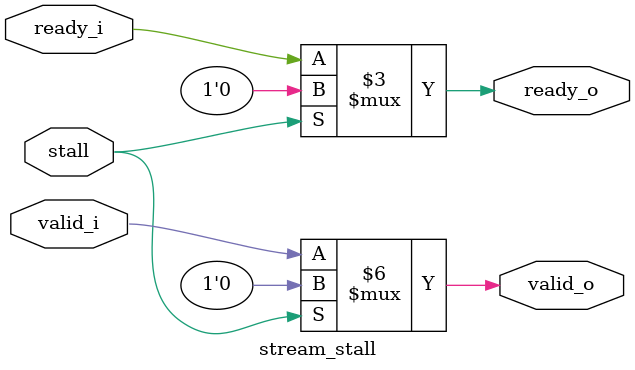
<source format=sv>
module stream_stall (
    input logic valid_i,
    output logic ready_o,
    input logic stall,
    output logic valid_o,
    input logic ready_i
);
    always_comb begin
        valid_o = valid_i;
        ready_o = ready_i;
        if (stall) begin
            valid_o = 0;
            ready_o = 0;
        end
    end
endmodule
</source>
